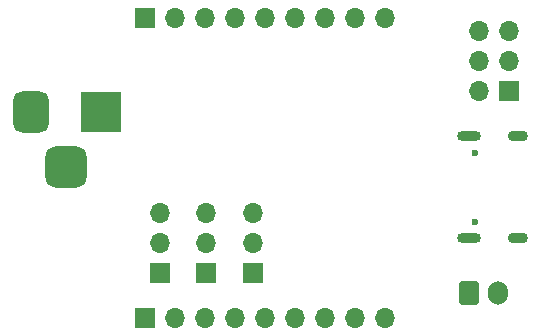
<source format=gbr>
%TF.GenerationSoftware,KiCad,Pcbnew,(6.0.9)*%
%TF.CreationDate,2023-05-25T17:56:42+02:00*%
%TF.ProjectId,tiny1616_dev_board,74696e79-3136-4313-965f-6465765f626f,rev?*%
%TF.SameCoordinates,Original*%
%TF.FileFunction,Soldermask,Bot*%
%TF.FilePolarity,Negative*%
%FSLAX46Y46*%
G04 Gerber Fmt 4.6, Leading zero omitted, Abs format (unit mm)*
G04 Created by KiCad (PCBNEW (6.0.9)) date 2023-05-25 17:56:42*
%MOMM*%
%LPD*%
G01*
G04 APERTURE LIST*
G04 Aperture macros list*
%AMRoundRect*
0 Rectangle with rounded corners*
0 $1 Rounding radius*
0 $2 $3 $4 $5 $6 $7 $8 $9 X,Y pos of 4 corners*
0 Add a 4 corners polygon primitive as box body*
4,1,4,$2,$3,$4,$5,$6,$7,$8,$9,$2,$3,0*
0 Add four circle primitives for the rounded corners*
1,1,$1+$1,$2,$3*
1,1,$1+$1,$4,$5*
1,1,$1+$1,$6,$7*
1,1,$1+$1,$8,$9*
0 Add four rect primitives between the rounded corners*
20,1,$1+$1,$2,$3,$4,$5,0*
20,1,$1+$1,$4,$5,$6,$7,0*
20,1,$1+$1,$6,$7,$8,$9,0*
20,1,$1+$1,$8,$9,$2,$3,0*%
G04 Aperture macros list end*
%ADD10C,0.600000*%
%ADD11O,2.000000X0.900000*%
%ADD12O,1.700000X0.900000*%
%ADD13R,1.700000X1.700000*%
%ADD14O,1.700000X1.700000*%
%ADD15R,3.500000X3.500000*%
%ADD16RoundRect,0.750000X-0.750000X-1.000000X0.750000X-1.000000X0.750000X1.000000X-0.750000X1.000000X0*%
%ADD17RoundRect,0.875000X-0.875000X-0.875000X0.875000X-0.875000X0.875000X0.875000X-0.875000X0.875000X0*%
%ADD18RoundRect,0.250000X-0.600000X-0.750000X0.600000X-0.750000X0.600000X0.750000X-0.600000X0.750000X0*%
%ADD19O,1.700000X2.000000*%
G04 APERTURE END LIST*
D10*
%TO.C,J2*%
X127277200Y-50069000D03*
X127277200Y-55849000D03*
D11*
X126797200Y-57279000D03*
D12*
X130967200Y-57279000D03*
X130967200Y-48639000D03*
D11*
X126797200Y-48639000D03*
%TD*%
D13*
%TO.C,J5*%
X99324000Y-38608000D03*
D14*
X101864000Y-38608000D03*
X104404000Y-38608000D03*
X106944000Y-38608000D03*
X109484000Y-38608000D03*
X112024000Y-38608000D03*
X114564000Y-38608000D03*
X117104000Y-38608000D03*
X119644000Y-38608000D03*
%TD*%
D13*
%TO.C,J6*%
X99324000Y-64008000D03*
D14*
X101864000Y-64008000D03*
X104404000Y-64008000D03*
X106944000Y-64008000D03*
X109484000Y-64008000D03*
X112024000Y-64008000D03*
X114564000Y-64008000D03*
X117104000Y-64008000D03*
X119644000Y-64008000D03*
%TD*%
D15*
%TO.C,J1*%
X95662000Y-46540500D03*
D16*
X89662000Y-46540500D03*
D17*
X92662000Y-51240500D03*
%TD*%
D13*
%TO.C,JP2*%
X104521000Y-60198000D03*
D14*
X104521000Y-57658000D03*
X104521000Y-55118000D03*
%TD*%
D13*
%TO.C,J3*%
X130180000Y-44816000D03*
D14*
X127640000Y-44816000D03*
X130180000Y-42276000D03*
X127640000Y-42276000D03*
X130180000Y-39736000D03*
X127640000Y-39736000D03*
%TD*%
D13*
%TO.C,JP1*%
X108458000Y-60198000D03*
D14*
X108458000Y-57658000D03*
X108458000Y-55118000D03*
%TD*%
D18*
%TO.C,J4*%
X126766000Y-61930000D03*
D19*
X129266000Y-61930000D03*
%TD*%
D13*
%TO.C,JP3*%
X100584000Y-60233800D03*
D14*
X100584000Y-57693800D03*
X100584000Y-55153800D03*
%TD*%
M02*

</source>
